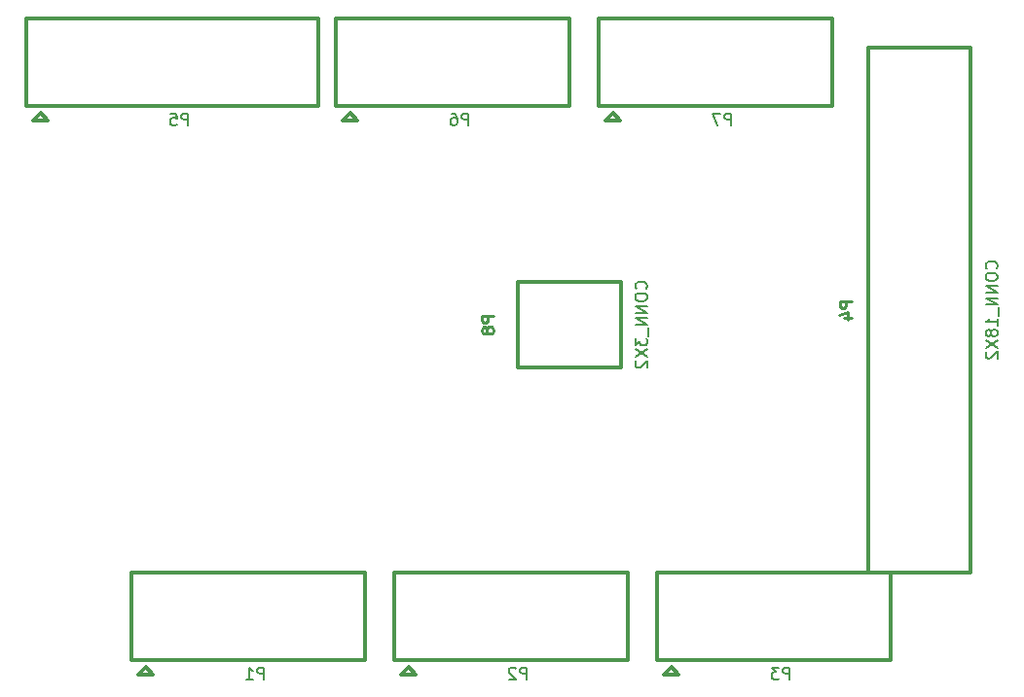
<source format=gbo>
G04 (created by PCBNEW-RS274X (2012-01-19 BZR 3256)-stable) date 16/02/2013 15:24:50*
G01*
G70*
G90*
%MOIN*%
G04 Gerber Fmt 3.4, Leading zero omitted, Abs format*
%FSLAX34Y34*%
G04 APERTURE LIST*
%ADD10C,0.006000*%
%ADD11C,0.012000*%
%ADD12C,0.008000*%
%ADD13C,0.010000*%
G04 APERTURE END LIST*
G54D10*
G54D11*
X14500Y03000D02*
X14500Y00000D01*
X06750Y-00500D02*
X07000Y-00250D01*
X07000Y-00250D02*
X07250Y-00500D01*
X07250Y-00500D02*
X06750Y-00500D01*
X06500Y00000D02*
X06500Y03000D01*
X06500Y00000D02*
X14500Y00000D01*
X14500Y03000D02*
X06500Y03000D01*
X23500Y03000D02*
X23500Y00000D01*
X15750Y-00500D02*
X16000Y-00250D01*
X16000Y-00250D02*
X16250Y-00500D01*
X16250Y-00500D02*
X15750Y-00500D01*
X15500Y00000D02*
X15500Y03000D01*
X15500Y00000D02*
X23500Y00000D01*
X23500Y03000D02*
X15500Y03000D01*
X32500Y03000D02*
X32500Y00000D01*
X24750Y-00500D02*
X25000Y-00250D01*
X25000Y-00250D02*
X25250Y-00500D01*
X25250Y-00500D02*
X24750Y-00500D01*
X24500Y00000D02*
X24500Y03000D01*
X24500Y00000D02*
X32500Y00000D01*
X32500Y03000D02*
X24500Y03000D01*
X21500Y22000D02*
X21500Y19000D01*
X13750Y18500D02*
X14000Y18750D01*
X14000Y18750D02*
X14250Y18500D01*
X14250Y18500D02*
X13750Y18500D01*
X13500Y19000D02*
X13500Y22000D01*
X13500Y19000D02*
X21500Y19000D01*
X21500Y22000D02*
X13500Y22000D01*
X30500Y22000D02*
X30500Y19000D01*
X22750Y18500D02*
X23000Y18750D01*
X23000Y18750D02*
X23250Y18500D01*
X23250Y18500D02*
X22750Y18500D01*
X22500Y19000D02*
X22500Y22000D01*
X22500Y19000D02*
X30500Y19000D01*
X30500Y22000D02*
X22500Y22000D01*
X03150Y18500D02*
X03400Y18750D01*
X03400Y18750D02*
X03650Y18500D01*
X03650Y18500D02*
X03150Y18500D01*
X02900Y19000D02*
X02900Y22000D01*
X12900Y19000D02*
X12900Y22000D01*
X10900Y19000D02*
X12900Y19000D01*
X10900Y22000D02*
X12900Y22000D01*
X02900Y19000D02*
X10900Y19000D01*
X10900Y22000D02*
X02900Y22000D01*
X19728Y12976D02*
X19728Y10122D01*
X19728Y10122D02*
X19728Y10024D01*
X19728Y10024D02*
X23272Y10024D01*
X23272Y10024D02*
X23272Y12976D01*
X23272Y12976D02*
X19728Y12976D01*
X31750Y21000D02*
X31750Y03000D01*
X31750Y03000D02*
X35250Y03000D01*
X35250Y03000D02*
X35250Y21000D01*
X35250Y21000D02*
X31750Y21000D01*
G54D12*
X11045Y-00662D02*
X11045Y-00262D01*
X10892Y-00262D01*
X10854Y-00281D01*
X10835Y-00300D01*
X10816Y-00338D01*
X10816Y-00395D01*
X10835Y-00433D01*
X10854Y-00452D01*
X10892Y-00471D01*
X11045Y-00471D01*
X10435Y-00662D02*
X10664Y-00662D01*
X10550Y-00662D02*
X10550Y-00262D01*
X10588Y-00319D01*
X10626Y-00357D01*
X10664Y-00376D01*
X20045Y-00662D02*
X20045Y-00262D01*
X19892Y-00262D01*
X19854Y-00281D01*
X19835Y-00300D01*
X19816Y-00338D01*
X19816Y-00395D01*
X19835Y-00433D01*
X19854Y-00452D01*
X19892Y-00471D01*
X20045Y-00471D01*
X19664Y-00300D02*
X19645Y-00281D01*
X19607Y-00262D01*
X19511Y-00262D01*
X19473Y-00281D01*
X19454Y-00300D01*
X19435Y-00338D01*
X19435Y-00376D01*
X19454Y-00433D01*
X19683Y-00662D01*
X19435Y-00662D01*
X29045Y-00662D02*
X29045Y-00262D01*
X28892Y-00262D01*
X28854Y-00281D01*
X28835Y-00300D01*
X28816Y-00338D01*
X28816Y-00395D01*
X28835Y-00433D01*
X28854Y-00452D01*
X28892Y-00471D01*
X29045Y-00471D01*
X28683Y-00262D02*
X28435Y-00262D01*
X28569Y-00414D01*
X28511Y-00414D01*
X28473Y-00433D01*
X28454Y-00452D01*
X28435Y-00490D01*
X28435Y-00586D01*
X28454Y-00624D01*
X28473Y-00643D01*
X28511Y-00662D01*
X28626Y-00662D01*
X28664Y-00643D01*
X28683Y-00624D01*
X18045Y18338D02*
X18045Y18738D01*
X17892Y18738D01*
X17854Y18719D01*
X17835Y18700D01*
X17816Y18662D01*
X17816Y18605D01*
X17835Y18567D01*
X17854Y18548D01*
X17892Y18529D01*
X18045Y18529D01*
X17473Y18738D02*
X17550Y18738D01*
X17588Y18719D01*
X17607Y18700D01*
X17645Y18643D01*
X17664Y18567D01*
X17664Y18414D01*
X17645Y18376D01*
X17626Y18357D01*
X17588Y18338D01*
X17511Y18338D01*
X17473Y18357D01*
X17454Y18376D01*
X17435Y18414D01*
X17435Y18510D01*
X17454Y18548D01*
X17473Y18567D01*
X17511Y18586D01*
X17588Y18586D01*
X17626Y18567D01*
X17645Y18548D01*
X17664Y18510D01*
X27045Y18338D02*
X27045Y18738D01*
X26892Y18738D01*
X26854Y18719D01*
X26835Y18700D01*
X26816Y18662D01*
X26816Y18605D01*
X26835Y18567D01*
X26854Y18548D01*
X26892Y18529D01*
X27045Y18529D01*
X26683Y18738D02*
X26416Y18738D01*
X26588Y18338D01*
X08445Y18338D02*
X08445Y18738D01*
X08292Y18738D01*
X08254Y18719D01*
X08235Y18700D01*
X08216Y18662D01*
X08216Y18605D01*
X08235Y18567D01*
X08254Y18548D01*
X08292Y18529D01*
X08445Y18529D01*
X07854Y18738D02*
X08045Y18738D01*
X08064Y18548D01*
X08045Y18567D01*
X08007Y18586D01*
X07911Y18586D01*
X07873Y18567D01*
X07854Y18548D01*
X07835Y18510D01*
X07835Y18414D01*
X07854Y18376D01*
X07873Y18357D01*
X07911Y18338D01*
X08007Y18338D01*
X08045Y18357D01*
X08064Y18376D01*
G54D13*
X18906Y11795D02*
X18506Y11795D01*
X18506Y11642D01*
X18525Y11604D01*
X18544Y11585D01*
X18582Y11566D01*
X18639Y11566D01*
X18677Y11585D01*
X18696Y11604D01*
X18715Y11642D01*
X18715Y11795D01*
X18677Y11338D02*
X18658Y11376D01*
X18639Y11395D01*
X18601Y11414D01*
X18582Y11414D01*
X18544Y11395D01*
X18525Y11376D01*
X18506Y11338D01*
X18506Y11261D01*
X18525Y11223D01*
X18544Y11204D01*
X18582Y11185D01*
X18601Y11185D01*
X18639Y11204D01*
X18658Y11223D01*
X18677Y11261D01*
X18677Y11338D01*
X18696Y11376D01*
X18715Y11395D01*
X18754Y11414D01*
X18830Y11414D01*
X18868Y11395D01*
X18887Y11376D01*
X18906Y11338D01*
X18906Y11261D01*
X18887Y11223D01*
X18868Y11204D01*
X18830Y11185D01*
X18754Y11185D01*
X18715Y11204D01*
X18696Y11223D01*
X18677Y11261D01*
G54D12*
X24124Y12728D02*
X24143Y12747D01*
X24162Y12804D01*
X24162Y12842D01*
X24143Y12900D01*
X24105Y12938D01*
X24067Y12957D01*
X23990Y12976D01*
X23933Y12976D01*
X23857Y12957D01*
X23819Y12938D01*
X23781Y12900D01*
X23762Y12842D01*
X23762Y12804D01*
X23781Y12747D01*
X23800Y12728D01*
X23762Y12481D02*
X23762Y12404D01*
X23781Y12366D01*
X23819Y12328D01*
X23895Y12309D01*
X24029Y12309D01*
X24105Y12328D01*
X24143Y12366D01*
X24162Y12404D01*
X24162Y12481D01*
X24143Y12519D01*
X24105Y12557D01*
X24029Y12576D01*
X23895Y12576D01*
X23819Y12557D01*
X23781Y12519D01*
X23762Y12481D01*
X24162Y12138D02*
X23762Y12138D01*
X24162Y11909D01*
X23762Y11909D01*
X24162Y11719D02*
X23762Y11719D01*
X24162Y11490D01*
X23762Y11490D01*
X24200Y11395D02*
X24200Y11090D01*
X23762Y11033D02*
X23762Y10785D01*
X23914Y10919D01*
X23914Y10861D01*
X23933Y10823D01*
X23952Y10804D01*
X23990Y10785D01*
X24086Y10785D01*
X24124Y10804D01*
X24143Y10823D01*
X24162Y10861D01*
X24162Y10976D01*
X24143Y11014D01*
X24124Y11033D01*
X23762Y10652D02*
X24162Y10385D01*
X23762Y10385D02*
X24162Y10652D01*
X23800Y10252D02*
X23781Y10233D01*
X23762Y10195D01*
X23762Y10099D01*
X23781Y10061D01*
X23800Y10042D01*
X23838Y10023D01*
X23876Y10023D01*
X23933Y10042D01*
X24162Y10271D01*
X24162Y10023D01*
G54D13*
X31162Y12295D02*
X30762Y12295D01*
X30762Y12142D01*
X30781Y12104D01*
X30800Y12085D01*
X30838Y12066D01*
X30895Y12066D01*
X30933Y12085D01*
X30952Y12104D01*
X30971Y12142D01*
X30971Y12295D01*
X30895Y11723D02*
X31162Y11723D01*
X30743Y11819D02*
X31029Y11914D01*
X31029Y11666D01*
G54D12*
X36124Y13419D02*
X36143Y13438D01*
X36162Y13495D01*
X36162Y13533D01*
X36143Y13591D01*
X36105Y13629D01*
X36067Y13648D01*
X35990Y13667D01*
X35933Y13667D01*
X35857Y13648D01*
X35819Y13629D01*
X35781Y13591D01*
X35762Y13533D01*
X35762Y13495D01*
X35781Y13438D01*
X35800Y13419D01*
X35762Y13172D02*
X35762Y13095D01*
X35781Y13057D01*
X35819Y13019D01*
X35895Y13000D01*
X36029Y13000D01*
X36105Y13019D01*
X36143Y13057D01*
X36162Y13095D01*
X36162Y13172D01*
X36143Y13210D01*
X36105Y13248D01*
X36029Y13267D01*
X35895Y13267D01*
X35819Y13248D01*
X35781Y13210D01*
X35762Y13172D01*
X36162Y12829D02*
X35762Y12829D01*
X36162Y12600D01*
X35762Y12600D01*
X36162Y12410D02*
X35762Y12410D01*
X36162Y12181D01*
X35762Y12181D01*
X36200Y12086D02*
X36200Y11781D01*
X36162Y11476D02*
X36162Y11705D01*
X36162Y11591D02*
X35762Y11591D01*
X35819Y11629D01*
X35857Y11667D01*
X35876Y11705D01*
X35933Y11248D02*
X35914Y11286D01*
X35895Y11305D01*
X35857Y11324D01*
X35838Y11324D01*
X35800Y11305D01*
X35781Y11286D01*
X35762Y11248D01*
X35762Y11171D01*
X35781Y11133D01*
X35800Y11114D01*
X35838Y11095D01*
X35857Y11095D01*
X35895Y11114D01*
X35914Y11133D01*
X35933Y11171D01*
X35933Y11248D01*
X35952Y11286D01*
X35971Y11305D01*
X36010Y11324D01*
X36086Y11324D01*
X36124Y11305D01*
X36143Y11286D01*
X36162Y11248D01*
X36162Y11171D01*
X36143Y11133D01*
X36124Y11114D01*
X36086Y11095D01*
X36010Y11095D01*
X35971Y11114D01*
X35952Y11133D01*
X35933Y11171D01*
X35762Y10962D02*
X36162Y10695D01*
X35762Y10695D02*
X36162Y10962D01*
X35800Y10562D02*
X35781Y10543D01*
X35762Y10505D01*
X35762Y10409D01*
X35781Y10371D01*
X35800Y10352D01*
X35838Y10333D01*
X35876Y10333D01*
X35933Y10352D01*
X36162Y10581D01*
X36162Y10333D01*
M02*

</source>
